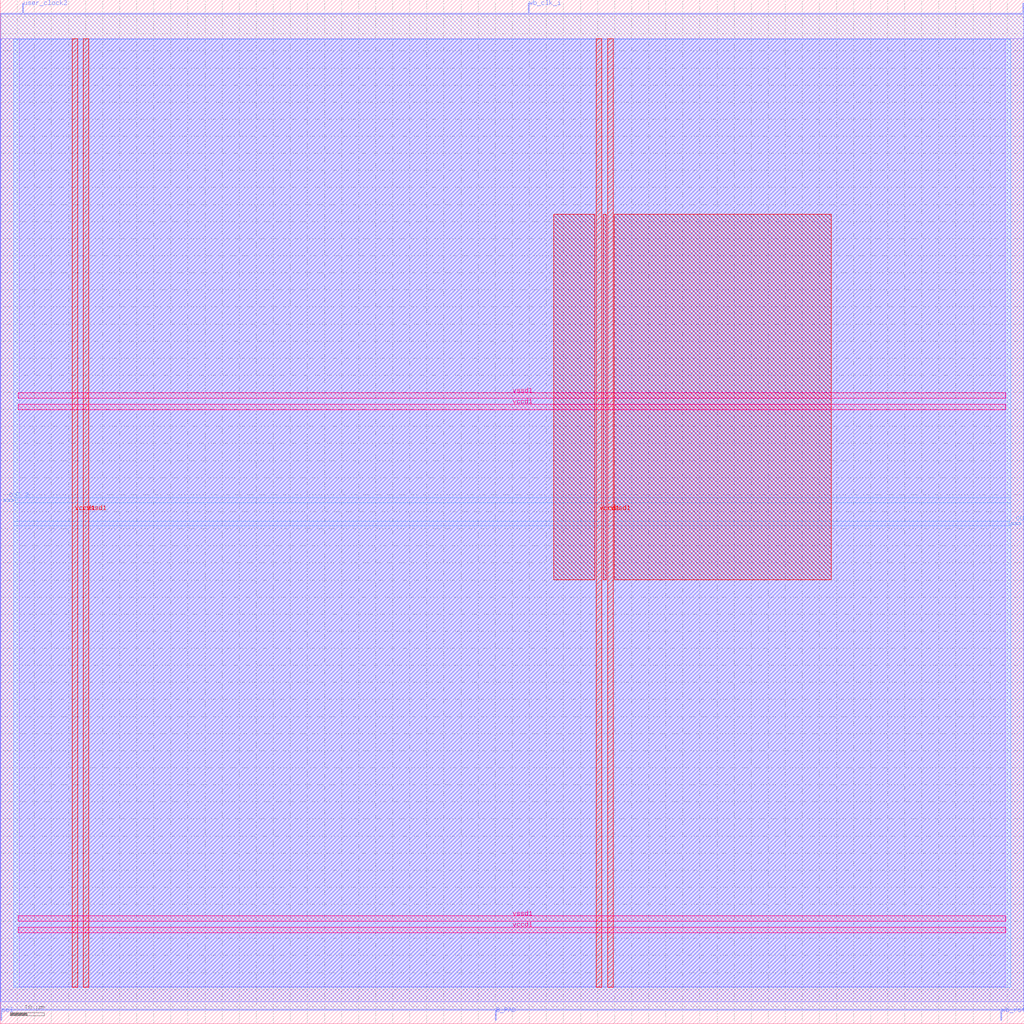
<source format=lef>
VERSION 5.7 ;
  NOWIREEXTENSIONATPIN ON ;
  DIVIDERCHAR "/" ;
  BUSBITCHARS "[]" ;
MACRO user_proj_asic
  CLASS BLOCK ;
  FOREIGN user_proj_asic ;
  ORIGIN 0.000 0.000 ;
  SIZE 300.000 BY 300.000 ;
  PIN A_PAD
    DIRECTION INPUT ;
    USE SIGNAL ;
    PORT
      LAYER met2 ;
        RECT 299.550 296.000 299.830 299.000 ;
    END
  END A_PAD
  PIN B_PAD
    DIRECTION INPUT ;
    USE SIGNAL ;
    PORT
      LAYER met2 ;
        RECT 144.990 1.000 145.270 4.000 ;
    END
  END B_PAD
  PIN OUT_1
    DIRECTION OUTPUT TRISTATE ;
    USE SIGNAL ;
    PORT
      LAYER met3 ;
        RECT 296.000 146.240 299.000 146.840 ;
    END
  END OUT_1
  PIN OUT_2
    DIRECTION OUTPUT TRISTATE ;
    USE SIGNAL ;
    PORT
      LAYER met3 ;
        RECT 1.000 153.040 4.000 153.640 ;
    END
  END OUT_2
  PIN sel
    DIRECTION INPUT ;
    USE SIGNAL ;
    PORT
      LAYER met2 ;
        RECT 0.090 1.000 0.370 4.000 ;
    END
  END sel
  PIN user_clock2
    DIRECTION INPUT ;
    USE SIGNAL ;
    PORT
      LAYER met2 ;
        RECT 6.530 296.000 6.810 299.000 ;
    END
  END user_clock2
  PIN vccd1
    DIRECTION INOUT ;
    USE POWER ;
    PORT
      LAYER met4 ;
        RECT 21.040 10.640 22.640 288.560 ;
    END
    PORT
      LAYER met4 ;
        RECT 174.640 10.640 176.240 288.560 ;
    END
    PORT
      LAYER met5 ;
        RECT 5.280 26.730 294.640 28.330 ;
    END
    PORT
      LAYER met5 ;
        RECT 5.280 179.910 294.640 181.510 ;
    END
  END vccd1
  PIN vssd1
    DIRECTION INOUT ;
    USE GROUND ;
    PORT
      LAYER met4 ;
        RECT 24.340 10.640 25.940 288.560 ;
    END
    PORT
      LAYER met4 ;
        RECT 177.940 10.640 179.540 288.560 ;
    END
    PORT
      LAYER met5 ;
        RECT 5.280 30.030 294.640 31.630 ;
    END
    PORT
      LAYER met5 ;
        RECT 5.280 183.210 294.640 184.810 ;
    END
  END vssd1
  PIN wb_clk_i
    DIRECTION INPUT ;
    USE SIGNAL ;
    PORT
      LAYER met2 ;
        RECT 154.650 296.000 154.930 299.000 ;
    END
  END wb_clk_i
  PIN wb_rst_i
    DIRECTION INPUT ;
    USE SIGNAL ;
    PORT
      LAYER met2 ;
        RECT 293.110 1.000 293.390 4.000 ;
    END
  END wb_rst_i
  OBS
      LAYER li1 ;
        RECT 5.520 10.795 294.400 288.405 ;
      LAYER met1 ;
        RECT 0.070 6.500 299.850 288.560 ;
      LAYER met2 ;
        RECT 0.100 295.720 6.250 296.000 ;
        RECT 7.090 295.720 154.370 296.000 ;
        RECT 155.210 295.720 299.270 296.000 ;
        RECT 0.100 4.280 299.820 295.720 ;
        RECT 0.650 4.000 144.710 4.280 ;
        RECT 145.550 4.000 292.830 4.280 ;
        RECT 293.670 4.000 299.820 4.280 ;
      LAYER met3 ;
        RECT 4.000 154.040 296.000 288.485 ;
        RECT 4.400 152.640 296.000 154.040 ;
        RECT 4.000 147.240 296.000 152.640 ;
        RECT 4.000 145.840 295.600 147.240 ;
        RECT 4.000 10.715 296.000 145.840 ;
      LAYER met4 ;
        RECT 162.215 130.055 174.240 237.145 ;
        RECT 176.640 130.055 177.540 237.145 ;
        RECT 179.940 130.055 243.505 237.145 ;
  END
END user_proj_asic
END LIBRARY


</source>
